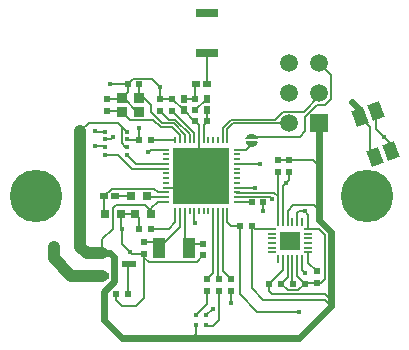
<source format=gbr>
%TF.GenerationSoftware,Altium Limited,Altium Designer,18.0.11 (651)*%
G04 Layer_Physical_Order=1*
G04 Layer_Color=255*
%FSLAX43Y43*%
%MOMM*%
%TF.FileFunction,Copper,L1,Top,Signal*%
%TF.Part,Single*%
G01*
G75*
%TA.AperFunction,Conductor*%
%ADD10C,0.152*%
%TA.AperFunction,SMDPad,CuDef*%
G04:AMPARAMS|DCode=11|XSize=1.4mm|YSize=1.05mm|CornerRadius=0mm|HoleSize=0mm|Usage=FLASHONLY|Rotation=110.000|XOffset=0mm|YOffset=0mm|HoleType=Round|Shape=Rectangle|*
%AMROTATEDRECTD11*
4,1,4,0.733,-0.478,-0.254,-0.837,-0.733,0.478,0.254,0.837,0.733,-0.478,0.0*
%
%ADD11ROTATEDRECTD11*%

%ADD12R,4.700X4.700*%
%ADD13O,0.650X0.200*%
%ADD14O,0.200X0.650*%
%ADD15R,0.600X0.500*%
%ADD16R,0.600X0.550*%
%TA.AperFunction,BGAPad,CuDef*%
%ADD17R,0.450X0.450*%
%TA.AperFunction,SMDPad,CuDef*%
%ADD18R,0.950X0.850*%
%ADD19R,0.500X0.600*%
%ADD20R,0.650X0.500*%
%ADD21R,0.500X0.650*%
%ADD22C,0.200*%
%ADD23R,0.750X0.800*%
%ADD24R,1.000X1.800*%
%ADD25R,1.150X0.600*%
%ADD26R,0.550X0.600*%
%ADD27R,0.450X0.450*%
%ADD28R,1.700X1.540*%
%ADD29O,0.200X0.700*%
%ADD30O,0.700X0.200*%
%TA.AperFunction,ConnectorPad*%
%ADD31R,1.850X0.800*%
%TA.AperFunction,Conductor*%
%ADD32C,0.150*%
%ADD33C,0.200*%
%ADD34C,0.600*%
%ADD35C,1.000*%
%TA.AperFunction,ComponentPad*%
%ADD36C,4.445*%
%ADD37R,1.500X1.500*%
%ADD38C,1.500*%
%TA.AperFunction,ViaPad*%
%ADD39C,0.450*%
%ADD40C,0.660*%
G36*
X4682Y4673D02*
X4755Y4598D01*
X4717Y4479D01*
X4674Y4415D01*
X4601Y4341D01*
X4542Y4288D01*
X4443Y4229D01*
X4349Y4201D01*
X4128Y4206D01*
X4057Y4232D01*
X3920Y4316D01*
X3839Y4399D01*
X3781Y4491D01*
X3750Y4593D01*
X3767Y4643D01*
X3820Y4673D01*
X4682D01*
D02*
G37*
G36*
X3818Y4827D02*
X3745Y4902D01*
X3783Y5021D01*
X3826Y5085D01*
X3899Y5159D01*
X3958Y5212D01*
X4057Y5271D01*
X4151Y5299D01*
X4372Y5294D01*
X4443Y5268D01*
X4580Y5184D01*
X4661Y5101D01*
X4719Y5009D01*
X4750Y4907D01*
X4733Y4857D01*
X4680Y4827D01*
X3818D01*
D02*
G37*
D10*
X4603Y5062D02*
G03*
X3819Y4903I-353J-270D01*
G01*
X4643Y5000D02*
G03*
X4603Y5062I-393J-208D01*
G01*
X4101Y4289D02*
G03*
X4681Y4597I149J419D01*
G01*
X3897Y4438D02*
G03*
X4101Y4289I353J270D01*
G01*
X4681Y4903D02*
G03*
X4643Y5000I-431J-111D01*
G01*
X3819Y4597D02*
G03*
X3897Y4438I431J111D01*
G01*
D11*
X16047Y3825D02*
D03*
X14684Y3329D02*
D03*
X13453Y6712D02*
D03*
X14816Y7208D02*
D03*
D12*
X0Y1750D02*
D03*
D13*
X-3025Y-450D02*
D03*
Y-50D02*
D03*
Y350D02*
D03*
Y750D02*
D03*
Y1150D02*
D03*
Y1550D02*
D03*
Y1950D02*
D03*
Y2350D02*
D03*
Y2750D02*
D03*
Y3150D02*
D03*
Y3550D02*
D03*
Y3950D02*
D03*
X3025D02*
D03*
Y3550D02*
D03*
Y3150D02*
D03*
Y2750D02*
D03*
Y2350D02*
D03*
Y1950D02*
D03*
Y1550D02*
D03*
Y1150D02*
D03*
Y750D02*
D03*
Y350D02*
D03*
Y-50D02*
D03*
Y-450D02*
D03*
D14*
X-2200Y4775D02*
D03*
X-1800D02*
D03*
X-1400D02*
D03*
X-1000D02*
D03*
X-600D02*
D03*
X-200D02*
D03*
X200D02*
D03*
X600D02*
D03*
X1000D02*
D03*
X1400D02*
D03*
X1800D02*
D03*
X2200D02*
D03*
Y-1275D02*
D03*
X1800D02*
D03*
X1400D02*
D03*
X1000D02*
D03*
X600D02*
D03*
X200D02*
D03*
X-200D02*
D03*
X-600D02*
D03*
X-1000D02*
D03*
X-1400D02*
D03*
X-1800D02*
D03*
X-2200D02*
D03*
D15*
X4250Y-500D02*
D03*
X5250D02*
D03*
X-4250Y4750D02*
D03*
X-5250D02*
D03*
Y9500D02*
D03*
X-6250D02*
D03*
X-4250Y-2750D02*
D03*
X-5250D02*
D03*
X8750Y-7402D02*
D03*
X7750D02*
D03*
X6750D02*
D03*
X5750D02*
D03*
X500Y6377D02*
D03*
X-500D02*
D03*
D16*
X3250Y-2500D02*
D03*
X4250D02*
D03*
X-7250Y-8250D02*
D03*
X-6250D02*
D03*
D17*
X-6310Y3525D02*
D03*
Y4175D02*
D03*
Y4825D02*
D03*
Y5475D02*
D03*
X-8190Y3525D02*
D03*
Y4175D02*
D03*
Y4825D02*
D03*
Y5475D02*
D03*
D18*
X-6725Y7175D02*
D03*
Y8325D02*
D03*
X-5275D02*
D03*
Y7175D02*
D03*
D19*
X-8000Y7250D02*
D03*
Y8250D02*
D03*
X-500Y7279D02*
D03*
Y8279D02*
D03*
X-2500Y8250D02*
D03*
Y7250D02*
D03*
X-3500Y7250D02*
D03*
Y8250D02*
D03*
X-4823Y-3877D02*
D03*
Y-4877D02*
D03*
X177Y-4000D02*
D03*
Y-5000D02*
D03*
X9750Y-7351D02*
D03*
Y-6351D02*
D03*
D20*
X475Y9500D02*
D03*
X-475D02*
D03*
X-8225Y0D02*
D03*
X-7275D02*
D03*
D21*
X-1500Y8225D02*
D03*
Y7275D02*
D03*
X500Y8254D02*
D03*
Y7304D02*
D03*
D22*
X4250Y5062D02*
D03*
Y4438D02*
D03*
D23*
X-5925Y0D02*
D03*
X-4575D02*
D03*
X-4226Y-1500D02*
D03*
X-5576D02*
D03*
X-6825D02*
D03*
X-8175D02*
D03*
D24*
X-3573Y-4402D02*
D03*
X-1073D02*
D03*
D25*
X-8375Y-4800D02*
D03*
Y-6700D02*
D03*
X-6125Y-5750D02*
D03*
D26*
X500Y-7000D02*
D03*
Y-8000D02*
D03*
X1500Y-7000D02*
D03*
Y-8000D02*
D03*
X2500Y-7000D02*
D03*
Y-8000D02*
D03*
X7403Y3069D02*
D03*
Y2069D02*
D03*
X6500Y3069D02*
D03*
Y2069D02*
D03*
D27*
X425Y-10075D02*
D03*
Y-10925D02*
D03*
X-425D02*
D03*
Y-10075D02*
D03*
D28*
X7500Y-3750D02*
D03*
D29*
X6500Y-2200D02*
D03*
X6900D02*
D03*
X7300D02*
D03*
X7700D02*
D03*
X8100D02*
D03*
X8500D02*
D03*
Y-5300D02*
D03*
X8100D02*
D03*
X7700D02*
D03*
X7300D02*
D03*
X6900D02*
D03*
X6500D02*
D03*
D30*
X9050Y-2750D02*
D03*
Y-3150D02*
D03*
Y-3550D02*
D03*
Y-3950D02*
D03*
Y-4350D02*
D03*
Y-4750D02*
D03*
X5950D02*
D03*
Y-4350D02*
D03*
Y-3950D02*
D03*
Y-3550D02*
D03*
Y-3150D02*
D03*
Y-2750D02*
D03*
D31*
X500Y15500D02*
D03*
Y12100D02*
D03*
D32*
X-600Y-2150D02*
X-500Y-2250D01*
X9050Y-2750D02*
X10000D01*
X10498Y-3248D01*
Y-7000D02*
Y-3248D01*
X10147Y-7351D02*
X10498Y-7000D01*
X9750Y-7351D02*
X10147D01*
X8100Y-6752D02*
X8750Y-7402D01*
X-6250Y9500D02*
X-5798Y9952D01*
X-4202D01*
X-3500Y9250D01*
X-6750Y-4000D02*
X-6000Y-4750D01*
X-6750Y-4000D02*
Y-2750D01*
X-6825Y-2675D02*
X-6750Y-2750D01*
X-6825Y-2675D02*
Y-1500D01*
X-6000Y-4750D02*
X-5873Y-4877D01*
X-4823D01*
X4750Y-9750D02*
X8250D01*
X3250Y-8250D02*
X4750Y-9750D01*
X3250Y-8250D02*
Y-2500D01*
X10500Y-8750D02*
X11000Y-9250D01*
X5250Y-8750D02*
X10500D01*
X4250Y-7750D02*
X5250Y-8750D01*
X5652Y-7500D02*
X5750Y-7402D01*
X4250Y-7750D02*
Y-2500D01*
X-7750Y9500D02*
X-6250D01*
X-3500Y8250D02*
Y9250D01*
X-4226Y-1500D02*
Y-1274D01*
X-4750Y-750D02*
X-4226Y-1274D01*
X-7250Y-750D02*
X-4750D01*
X-7500Y-1000D02*
X-7250Y-750D01*
X-7500Y-2750D02*
Y-1000D01*
X-8375Y-3625D02*
X-7500Y-2750D01*
X-8375Y-4800D02*
Y-3625D01*
X5250Y-1250D02*
X5250Y-1250D01*
Y-500D01*
X8250Y-1250D02*
X8750D01*
X8100Y-1400D02*
X8250Y-1250D01*
X8100Y-2200D02*
Y-1400D01*
X8750Y-1250D02*
X9050Y-1550D01*
Y-2750D02*
Y-1550D01*
X3025Y-48D02*
X5798D01*
X6000Y-250D01*
X3025Y-50D02*
Y-48D01*
X3052Y323D02*
X6177D01*
X6500Y0D01*
X3025Y750D02*
X4500D01*
X8500Y-6250D02*
X8750Y-6500D01*
X8500Y-6250D02*
Y-5300D01*
X10750Y-8500D02*
X11000D01*
X10500Y-8250D02*
X10750Y-8500D01*
X6000Y-8250D02*
X10500D01*
X5750Y-8000D02*
X6000Y-8250D01*
X5750Y-8000D02*
Y-7402D01*
X-750Y-12000D02*
X-425Y-11675D01*
Y-10925D01*
X13453Y6712D02*
X14250Y5915D01*
Y3764D02*
Y5915D01*
Y3764D02*
X14684Y3329D01*
X16047Y3825D02*
Y4453D01*
X15500Y5000D02*
X16047Y4453D01*
X-7675Y4825D02*
X-7500Y5000D01*
X-8190Y4825D02*
X-7675D01*
X-600Y-2150D02*
Y-1275D01*
X-9000Y5500D02*
X-8975Y5475D01*
X-8190D01*
X-6698Y5863D02*
X-6310Y5475D01*
X-7085Y6250D02*
X-6698Y5863D01*
X-6750Y5810D02*
X-6698Y5863D01*
X-6750Y4500D02*
Y5810D01*
Y4500D02*
X-6425Y4175D01*
X-6310D01*
X-10250Y5500D02*
X-9500Y6250D01*
X-7085D01*
X9500Y-750D02*
X10000Y-1250D01*
X7750Y-750D02*
X9500D01*
X7300Y-1200D02*
X7750Y-750D01*
X7300Y-2200D02*
Y-1200D01*
X9431Y3069D02*
X10000Y2500D01*
X7403Y3069D02*
X9431D01*
X3025Y2750D02*
X5000D01*
X4603Y5062D02*
X8312D01*
X4250D02*
X4603D01*
X10000Y11290D02*
X11000Y10290D01*
Y8250D02*
Y10290D01*
X10500Y7750D02*
X11000Y8250D01*
X9750Y7750D02*
X10500D01*
X8750Y6750D02*
X9750Y7750D01*
X8750Y5500D02*
Y6750D01*
X8312Y5062D02*
X8750Y5500D01*
X4101Y4289D02*
X4250Y4438D01*
X3762Y3950D02*
X4101Y4289D01*
X3025Y3950D02*
X3762D01*
X8662Y7162D02*
X10000Y8500D01*
X6912Y7162D02*
X8662D01*
X6250Y6500D02*
X6912Y7162D01*
X2500Y6500D02*
X6250D01*
X1800Y5800D02*
X2500Y6500D01*
X1800Y4775D02*
Y5800D01*
X10000Y8500D02*
Y8750D01*
X2200Y4775D02*
Y5700D01*
X2710Y6210D01*
X7460D01*
X3025Y750D02*
X3025Y750D01*
X3025Y350D02*
X3052Y323D01*
X6500Y0D02*
X6500Y0D01*
X6500Y0D02*
Y2069D01*
X7151Y1151D02*
X7403Y1403D01*
Y2069D01*
X5750Y-7402D02*
X6900Y-6252D01*
Y-5300D01*
X9050Y-5651D02*
X9750Y-6351D01*
X9050Y-5651D02*
Y-4750D01*
X8800Y-7351D02*
X9750D01*
X8100Y-6752D02*
Y-5300D01*
X7700Y-7352D02*
X7750Y-7402D01*
X7700Y-7352D02*
Y-5300D01*
D33*
X-1400Y-4075D02*
Y-1275D01*
Y-4075D02*
X-1073Y-4402D01*
X8750Y-7402D02*
X8800Y-7351D01*
X8204Y-7948D02*
X8750Y-7402D01*
X7296Y-7948D02*
X8204D01*
X6750Y-7402D02*
X7296Y-7948D01*
X14816Y5684D02*
X15500Y5000D01*
X14816Y5684D02*
Y7208D01*
X-5250Y5750D02*
X-5250Y5750D01*
X-5250Y4750D02*
Y5750D01*
X-4226Y-1274D02*
Y-976D01*
X-200Y1950D02*
Y4775D01*
X-3025Y750D02*
X-1000D01*
X6500Y-2200D02*
Y0D01*
X6900Y900D02*
X7151Y1151D01*
X6750Y-7402D02*
X7300Y-6852D01*
Y-5300D01*
X-4823Y-5177D02*
Y-4877D01*
Y-8573D02*
Y-5177D01*
X-5500Y-9250D02*
X-4823Y-8573D01*
X-6750Y-9250D02*
X-5500D01*
X-7250Y-8750D02*
X-6750Y-9250D01*
X-7250Y-8750D02*
Y-8250D01*
X4250Y-2500D02*
X4500Y-2750D01*
X5950D01*
X2500Y-2500D02*
X3250D01*
X2200Y-2200D02*
X2500Y-2500D01*
X2200Y-2200D02*
Y-1275D01*
X4200Y-450D02*
X4250Y-500D01*
X3025Y-450D02*
X4200D01*
X6500Y3069D02*
X7403D01*
X6900Y-2200D02*
Y900D01*
X2500Y-9000D02*
Y-8000D01*
X425Y-10075D02*
X1000Y-9500D01*
X500Y-9150D02*
Y-8000D01*
X425Y-10925D02*
X500Y-11000D01*
X1000D01*
X1500Y-10500D01*
Y-8000D01*
X-425Y-10075D02*
X500Y-9150D01*
X1800Y-6300D02*
X2500Y-7000D01*
X1800Y-6300D02*
Y-1275D01*
X1400Y-6900D02*
X1500Y-7000D01*
X1400Y-6900D02*
Y-1275D01*
X500Y-7000D02*
X1000Y-6500D01*
Y-1275D01*
X-352Y-5529D02*
X177Y-5000D01*
X-4471Y-5529D02*
X-352D01*
X-4823Y-5177D02*
X-4471Y-5529D01*
X-1073Y-4402D02*
X-672Y-4000D01*
X177D01*
X-4099Y-3877D02*
X-3573Y-4402D01*
X-4823Y-3877D02*
X-4099D01*
X-3573Y-4402D02*
X-1800Y-2628D01*
Y-1275D01*
X-4250Y-2750D02*
X-2750D01*
X-2200Y-2200D01*
Y-1275D01*
X-5576Y-1500D02*
X-5250Y-1826D01*
Y-2750D02*
Y-1826D01*
X-8225Y0D02*
X-7598Y627D01*
X-3973D01*
X-3696Y350D01*
X-3025D01*
X-4226Y-976D02*
X-3700Y-450D01*
X-3025D01*
X-6825Y-1500D02*
X-5576D01*
X-8225Y-1450D02*
X-8175Y-1500D01*
X-8225Y-1450D02*
Y0D01*
X-7275D02*
X-5925D01*
X-4575D02*
X-4525Y-50D01*
X-3025D01*
X-600Y1150D02*
X0Y1750D01*
X-1000Y750D02*
X-600Y1150D01*
X-8265Y4250D02*
X-8190Y4175D01*
X-9000Y4250D02*
X-8265D01*
X-4500Y3750D02*
X-4300Y3950D01*
X-3025D01*
X-5535Y2750D02*
X-3025D01*
X-6310Y3525D02*
X-5535Y2750D01*
X-7081Y3525D02*
X-5906Y2350D01*
X-8190Y3525D02*
X-7081D01*
X-5906Y2350D02*
X-3025D01*
X-6310Y4825D02*
X-6235Y4750D01*
X-5250D01*
X-200Y1950D02*
X0Y1750D01*
X-6725Y8325D02*
X-6250Y8800D01*
X-6800Y8250D02*
X-6725Y8325D01*
X-6250Y8800D02*
Y9500D01*
X-5275Y8325D02*
X-5250Y8350D01*
Y9500D01*
X-6725Y8325D02*
X-6575D01*
X-5425Y7175D01*
X-5275D01*
X-8000Y8250D02*
X-6800D01*
X-8000Y7250D02*
X-6800D01*
X-6725Y7175D01*
X-4250Y4750D02*
X-4225Y4775D01*
X-2200D01*
X-6725Y7175D02*
X-6050Y6500D01*
X-4083D01*
X-3429Y5846D01*
X-2483D01*
X-1800Y5163D01*
Y4775D02*
Y5163D01*
X-3294Y6173D02*
X-2348D01*
X-4250Y7129D02*
Y7750D01*
Y7129D02*
X-3294Y6173D01*
X-4825Y8325D02*
X-4250Y7750D01*
X-5275Y8325D02*
X-4825D01*
X-2348Y6173D02*
X-1400Y5225D01*
Y4775D02*
Y5225D01*
X-600Y4775D02*
Y5350D01*
X-2500Y7250D02*
X-600Y5350D01*
X-1000Y4775D02*
Y5288D01*
X-2212Y6500D02*
X-1000Y5288D01*
X-2750Y6500D02*
X-2212D01*
X-3500Y7250D02*
X-2750Y6500D01*
X-500Y6377D02*
X-200Y6077D01*
Y4775D02*
Y6077D01*
X-3500Y8250D02*
X-3500Y8250D01*
X-2500D01*
X-2475D01*
X-1500Y7275D01*
X-602Y6377D01*
X-500D01*
X475Y12075D02*
X500Y12100D01*
X475Y9500D02*
Y12075D01*
X-1500Y8225D02*
X-1446Y8279D01*
X-500D01*
Y9475D02*
X-475Y9500D01*
X-500Y8279D02*
Y9475D01*
X475Y8254D02*
X500D01*
X-500Y7279D02*
X475Y8254D01*
X500Y7304D02*
X500Y7304D01*
Y6377D02*
Y7304D01*
X200Y6077D02*
X500Y6377D01*
X200Y4775D02*
Y6077D01*
X-6250Y-5875D02*
X-6125Y-5750D01*
X-6250Y-8250D02*
Y-5875D01*
D34*
X11000Y-9250D02*
Y-8500D01*
Y-3000D01*
X-750Y-12000D02*
X8250D01*
X-6750D02*
X-750D01*
X13453Y6712D02*
Y7297D01*
X12750Y8000D02*
X13453Y7297D01*
X10000Y-1250D02*
Y2500D01*
Y-2000D02*
Y-1250D01*
X-8250Y-10500D02*
X-6750Y-12000D01*
X-8250Y-10500D02*
Y-8054D01*
X10000Y2500D02*
Y6210D01*
Y-2000D02*
X11000Y-3000D01*
X8250Y-12000D02*
X11000Y-9250D01*
X-7373Y-7177D02*
Y-5127D01*
X-7700Y-4800D02*
X-7373Y-5127D01*
X-8375Y-4800D02*
X-7700D01*
X-8250Y-8054D02*
X-7373Y-7177D01*
D35*
X-10250Y-4250D02*
Y5500D01*
Y-4250D02*
X-9700Y-4800D01*
X-8375D01*
X-12500Y-5250D02*
Y-4250D01*
Y-5250D02*
X-11050Y-6700D01*
X-8375D01*
D36*
X14000Y0D02*
D03*
X-14000D02*
D03*
D37*
X10000Y6210D02*
D03*
D38*
X10000Y8750D02*
D03*
Y11290D02*
D03*
X7460Y6210D02*
D03*
X7460Y8750D02*
D03*
X7460Y11290D02*
D03*
D39*
X-500Y-2250D02*
D03*
X-5250Y5750D02*
D03*
X-6750Y-2750D02*
D03*
X-6000Y-4750D02*
D03*
X8250Y-9750D02*
D03*
X-7750Y9500D02*
D03*
X-3500Y9250D02*
D03*
X5250Y-1250D02*
D03*
X8750D02*
D03*
X6000Y-250D02*
D03*
X4500Y750D02*
D03*
X8750Y-6500D02*
D03*
X15500Y5000D02*
D03*
X-7500D02*
D03*
X12750Y8000D02*
D03*
X-9000Y5500D02*
D03*
X5000Y2750D02*
D03*
X7151Y1151D02*
D03*
X2500Y-9000D02*
D03*
X1000Y-9500D02*
D03*
X-9000Y4250D02*
D03*
X-4500Y3750D02*
D03*
X-12500Y-4250D02*
D03*
Y-5250D02*
D03*
D40*
X1800Y3550D02*
D03*
Y2350D02*
D03*
Y1150D02*
D03*
Y-50D02*
D03*
X600Y3550D02*
D03*
Y2350D02*
D03*
Y1150D02*
D03*
Y-50D02*
D03*
X-600Y3550D02*
D03*
Y2350D02*
D03*
Y1150D02*
D03*
Y-50D02*
D03*
X-1800Y3550D02*
D03*
Y2350D02*
D03*
Y1150D02*
D03*
Y-50D02*
D03*
%TF.MD5,a5d225a83aba721263f54ce3c06e0355*%
M02*

</source>
